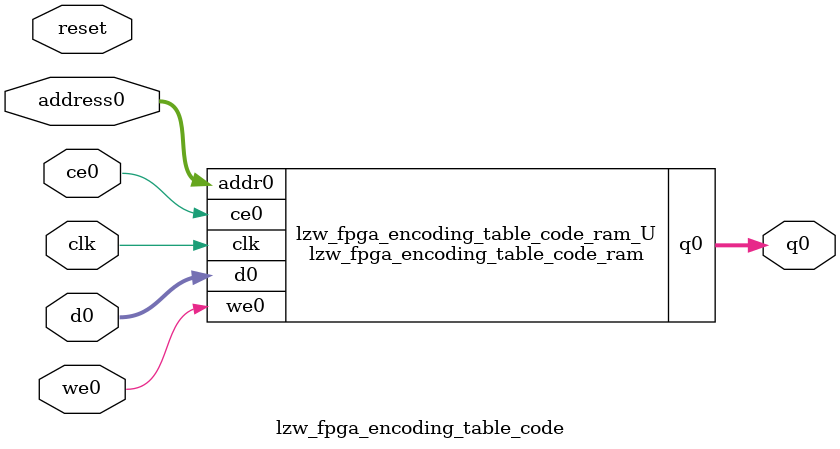
<source format=v>
`timescale 1 ns / 1 ps
module lzw_fpga_encoding_table_code_ram (addr0, ce0, d0, we0, q0,  clk);

parameter DWIDTH = 32;
parameter AWIDTH = 9;
parameter MEM_SIZE = 512;

input[AWIDTH-1:0] addr0;
input ce0;
input[DWIDTH-1:0] d0;
input we0;
output reg[DWIDTH-1:0] q0;
input clk;

reg [DWIDTH-1:0] ram[0:MEM_SIZE-1];




always @(posedge clk)  
begin 
    if (ce0) begin
        if (we0) 
            ram[addr0] <= d0; 
        q0 <= ram[addr0];
    end
end


endmodule

`timescale 1 ns / 1 ps
module lzw_fpga_encoding_table_code(
    reset,
    clk,
    address0,
    ce0,
    we0,
    d0,
    q0);

parameter DataWidth = 32'd32;
parameter AddressRange = 32'd512;
parameter AddressWidth = 32'd9;
input reset;
input clk;
input[AddressWidth - 1:0] address0;
input ce0;
input we0;
input[DataWidth - 1:0] d0;
output[DataWidth - 1:0] q0;



lzw_fpga_encoding_table_code_ram lzw_fpga_encoding_table_code_ram_U(
    .clk( clk ),
    .addr0( address0 ),
    .ce0( ce0 ),
    .we0( we0 ),
    .d0( d0 ),
    .q0( q0 ));

endmodule


</source>
